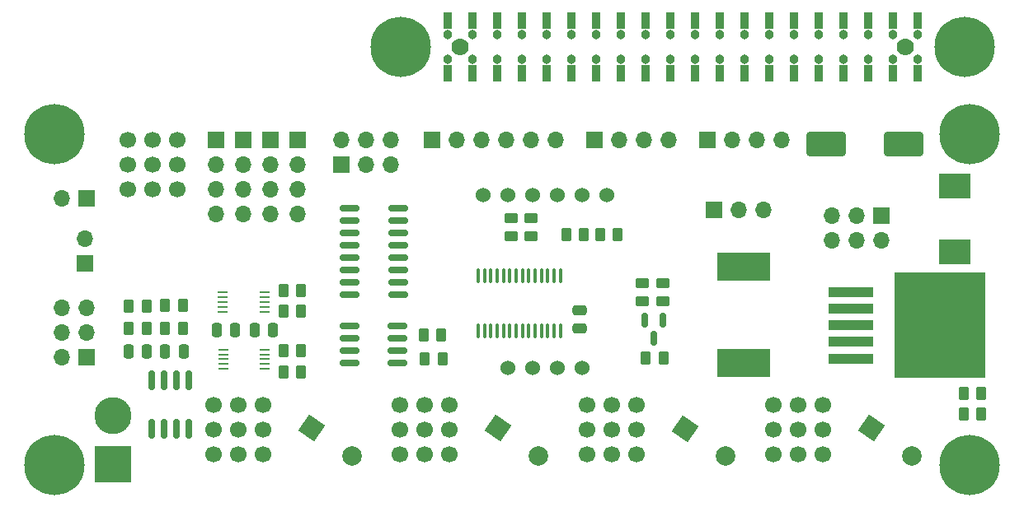
<source format=gbr>
%TF.GenerationSoftware,KiCad,Pcbnew,(6.0.1)*%
%TF.CreationDate,2022-02-15T19:49:30-05:00*%
%TF.ProjectId,expansion-board,65787061-6e73-4696-9f6e-2d626f617264,rev?*%
%TF.SameCoordinates,Original*%
%TF.FileFunction,Soldermask,Top*%
%TF.FilePolarity,Negative*%
%FSLAX46Y46*%
G04 Gerber Fmt 4.6, Leading zero omitted, Abs format (unit mm)*
G04 Created by KiCad (PCBNEW (6.0.1)) date 2022-02-15 19:49:30*
%MOMM*%
%LPD*%
G01*
G04 APERTURE LIST*
G04 Aperture macros list*
%AMRoundRect*
0 Rectangle with rounded corners*
0 $1 Rounding radius*
0 $2 $3 $4 $5 $6 $7 $8 $9 X,Y pos of 4 corners*
0 Add a 4 corners polygon primitive as box body*
4,1,4,$2,$3,$4,$5,$6,$7,$8,$9,$2,$3,0*
0 Add four circle primitives for the rounded corners*
1,1,$1+$1,$2,$3*
1,1,$1+$1,$4,$5*
1,1,$1+$1,$6,$7*
1,1,$1+$1,$8,$9*
0 Add four rect primitives between the rounded corners*
20,1,$1+$1,$2,$3,$4,$5,0*
20,1,$1+$1,$4,$5,$6,$7,0*
20,1,$1+$1,$6,$7,$8,$9,0*
20,1,$1+$1,$8,$9,$2,$3,0*%
%AMRotRect*
0 Rectangle, with rotation*
0 The origin of the aperture is its center*
0 $1 length*
0 $2 width*
0 $3 Rotation angle, in degrees counterclockwise*
0 Add horizontal line*
21,1,$1,$2,0,0,$3*%
G04 Aperture macros list end*
%ADD10RoundRect,0.250000X-0.262500X-0.450000X0.262500X-0.450000X0.262500X0.450000X-0.262500X0.450000X0*%
%ADD11R,3.300000X2.500000*%
%ADD12RoundRect,0.250000X0.450000X-0.262500X0.450000X0.262500X-0.450000X0.262500X-0.450000X-0.262500X0*%
%ADD13RoundRect,0.150000X0.825000X0.150000X-0.825000X0.150000X-0.825000X-0.150000X0.825000X-0.150000X0*%
%ADD14RoundRect,0.150000X0.150000X-0.825000X0.150000X0.825000X-0.150000X0.825000X-0.150000X-0.825000X0*%
%ADD15RoundRect,0.250000X0.250000X0.475000X-0.250000X0.475000X-0.250000X-0.475000X0.250000X-0.475000X0*%
%ADD16R,1.700000X1.700000*%
%ADD17O,1.700000X1.700000*%
%ADD18R,3.800000X3.800000*%
%ADD19C,3.800000*%
%ADD20C,1.700000*%
%ADD21RoundRect,0.250000X0.262500X0.450000X-0.262500X0.450000X-0.262500X-0.450000X0.262500X-0.450000X0*%
%ADD22RoundRect,0.250000X-0.450000X0.262500X-0.450000X-0.262500X0.450000X-0.262500X0.450000X0.262500X0*%
%ADD23RotRect,2.000000X2.000000X325.000000*%
%ADD24C,2.000000*%
%ADD25RoundRect,0.250000X0.475000X-0.250000X0.475000X0.250000X-0.475000X0.250000X-0.475000X-0.250000X0*%
%ADD26C,6.200000*%
%ADD27RoundRect,0.250000X-0.250000X-0.475000X0.250000X-0.475000X0.250000X0.475000X-0.250000X0.475000X0*%
%ADD28R,1.100000X0.250000*%
%ADD29C,1.524000*%
%ADD30R,5.400000X2.900000*%
%ADD31RoundRect,0.100000X-0.100000X0.637500X-0.100000X-0.637500X0.100000X-0.637500X0.100000X0.637500X0*%
%ADD32R,0.889000X1.676400*%
%ADD33C,0.965200*%
%ADD34C,1.778000*%
%ADD35RoundRect,0.250000X-1.750000X-1.000000X1.750000X-1.000000X1.750000X1.000000X-1.750000X1.000000X0*%
%ADD36RoundRect,0.150000X-0.825000X-0.150000X0.825000X-0.150000X0.825000X0.150000X-0.825000X0.150000X0*%
%ADD37RoundRect,0.150000X-0.150000X0.587500X-0.150000X-0.587500X0.150000X-0.587500X0.150000X0.587500X0*%
%ADD38R,4.600000X1.100000*%
%ADD39R,9.400000X10.800000*%
G04 APERTURE END LIST*
D10*
%TO.C,R19*%
X159087500Y-72350000D03*
X160912500Y-72350000D03*
%TD*%
%TO.C,R18*%
X159087500Y-70200000D03*
X160912500Y-70200000D03*
%TD*%
D11*
%TO.C,D1*%
X158200000Y-55650000D03*
X158200000Y-48850000D03*
%TD*%
D12*
%TO.C,R4*%
X112644445Y-54050000D03*
X112644445Y-52225000D03*
%TD*%
D13*
%TO.C,U5*%
X101025000Y-60045000D03*
X101025000Y-58775000D03*
X101025000Y-57505000D03*
X101025000Y-56235000D03*
X101025000Y-54965000D03*
X101025000Y-53695000D03*
X101025000Y-52425000D03*
X101025000Y-51155000D03*
X96075000Y-51155000D03*
X96075000Y-52425000D03*
X96075000Y-53695000D03*
X96075000Y-54965000D03*
X96075000Y-56235000D03*
X96075000Y-57505000D03*
X96075000Y-58775000D03*
X96075000Y-60045000D03*
%TD*%
D14*
%TO.C,U3*%
X75695000Y-73825000D03*
X76965000Y-73825000D03*
X78235000Y-73825000D03*
X79505000Y-73825000D03*
X79505000Y-68875000D03*
X78235000Y-68875000D03*
X76965000Y-68875000D03*
X75695000Y-68875000D03*
%TD*%
D15*
%TO.C,C5*%
X88175000Y-63725000D03*
X86275000Y-63725000D03*
%TD*%
D16*
%TO.C,J10*%
X85097216Y-44112405D03*
D17*
X85097216Y-46652405D03*
X85097216Y-49192405D03*
X85097216Y-51732405D03*
%TD*%
D18*
%TO.C,J2*%
X71775000Y-77525000D03*
D19*
X71775000Y-72525000D03*
%TD*%
D16*
%TO.C,J14*%
X132750000Y-44107000D03*
D17*
X135290000Y-44107000D03*
X137830000Y-44107000D03*
X140370000Y-44107000D03*
%TD*%
D20*
%TO.C,U9*%
X120425000Y-71385000D03*
X120425000Y-73925000D03*
X120425000Y-76465000D03*
X122965000Y-71385000D03*
X122965000Y-73925000D03*
X122965000Y-76465000D03*
X125505000Y-71385000D03*
X125505000Y-73925000D03*
X125505000Y-76465000D03*
%TD*%
D21*
%TO.C,R16*%
X105612500Y-66700000D03*
X103787500Y-66700000D03*
%TD*%
D15*
%TO.C,C2*%
X82375000Y-63725000D03*
X84275000Y-63725000D03*
%TD*%
D21*
%TO.C,R14*%
X89250000Y-59600000D03*
X91075000Y-59600000D03*
%TD*%
D16*
%TO.C,J15*%
X104470000Y-44107000D03*
D17*
X107010000Y-44107000D03*
X109550000Y-44107000D03*
X112090000Y-44107000D03*
X114630000Y-44107000D03*
X117170000Y-44107000D03*
%TD*%
D16*
%TO.C,J4*%
X69000000Y-66500000D03*
D17*
X66460000Y-66500000D03*
X69000000Y-63960000D03*
X66460000Y-63960000D03*
X69000000Y-61420000D03*
X66460000Y-61420000D03*
%TD*%
D22*
%TO.C,R13*%
X128237500Y-58912500D03*
X128237500Y-60737500D03*
%TD*%
D21*
%TO.C,R17*%
X105462500Y-64250000D03*
X103637500Y-64250000D03*
%TD*%
D23*
%TO.C,C7*%
X92175000Y-73750000D03*
D24*
X96270760Y-76617882D03*
%TD*%
D25*
%TO.C,C1*%
X119700000Y-63550000D03*
X119700000Y-61650000D03*
%TD*%
D21*
%TO.C,R6*%
X91075000Y-68000000D03*
X89250000Y-68000000D03*
%TD*%
D16*
%TO.C,J13*%
X121200000Y-44107000D03*
D17*
X123740000Y-44107000D03*
X126280000Y-44107000D03*
X128820000Y-44107000D03*
%TD*%
D16*
%TO.C,J6*%
X133465000Y-51360000D03*
D17*
X136005000Y-51360000D03*
X138545000Y-51360000D03*
%TD*%
D10*
%TO.C,R1*%
X118300000Y-53900000D03*
X120125000Y-53900000D03*
%TD*%
D26*
%TO.C,H2*%
X101250000Y-34559200D03*
%TD*%
D16*
%TO.C,J11*%
X87891216Y-44112405D03*
D17*
X87891216Y-46652405D03*
X87891216Y-49192405D03*
X87891216Y-51732405D03*
%TD*%
D27*
%TO.C,C4*%
X73350000Y-65875000D03*
X75250000Y-65875000D03*
%TD*%
D20*
%TO.C,U11*%
X73286216Y-44125405D03*
X73286216Y-46665405D03*
X73286216Y-49205405D03*
X75826216Y-44125405D03*
X75826216Y-46665405D03*
X75826216Y-49205405D03*
X78366216Y-44125405D03*
X78366216Y-46665405D03*
X78366216Y-49205405D03*
%TD*%
D23*
%TO.C,C6*%
X149650000Y-73750000D03*
D24*
X153745760Y-76617882D03*
%TD*%
D10*
%TO.C,R8*%
X77075000Y-63550000D03*
X78900000Y-63550000D03*
%TD*%
D26*
%TO.C,H3*%
X65750000Y-43550000D03*
%TD*%
D22*
%TO.C,R9*%
X126137500Y-58912500D03*
X126137500Y-60737500D03*
%TD*%
D21*
%TO.C,R15*%
X89237500Y-61750000D03*
X91062500Y-61750000D03*
%TD*%
D28*
%TO.C,U1*%
X83050000Y-65700000D03*
X83050000Y-66200000D03*
X83050000Y-66700000D03*
X83050000Y-67200000D03*
X83050000Y-67700000D03*
X87350000Y-67700000D03*
X87350000Y-67200000D03*
X87350000Y-66700000D03*
X87350000Y-66200000D03*
X87350000Y-65700000D03*
%TD*%
D16*
%TO.C,J1*%
X68900000Y-56875000D03*
D17*
X68900000Y-54335000D03*
%TD*%
D26*
%TO.C,H6*%
X159752600Y-77561400D03*
%TD*%
D29*
%TO.C,MOD1*%
X122475000Y-49837500D03*
X119935000Y-49837500D03*
X117395000Y-49837500D03*
X114855000Y-49837500D03*
X112315000Y-49837500D03*
X109775000Y-49837500D03*
X112315000Y-67617500D03*
X114855000Y-67617500D03*
X117395000Y-67617500D03*
X119935000Y-67617500D03*
%TD*%
D10*
%TO.C,R7*%
X73350000Y-63550000D03*
X75175000Y-63550000D03*
%TD*%
D26*
%TO.C,H5*%
X159752600Y-43550800D03*
%TD*%
%TO.C,H1*%
X159244600Y-34533800D03*
%TD*%
D27*
%TO.C,C3*%
X77100000Y-65900000D03*
X79000000Y-65900000D03*
%TD*%
D20*
%TO.C,U6*%
X82100414Y-71385000D03*
X82100414Y-73925000D03*
X82100414Y-76465000D03*
X84640414Y-71385000D03*
X84640414Y-73925000D03*
X84640414Y-76465000D03*
X87180414Y-71385000D03*
X87180414Y-73925000D03*
X87180414Y-76465000D03*
%TD*%
%TO.C,U10*%
X139575000Y-71385000D03*
X139575000Y-73925000D03*
X139575000Y-76465000D03*
X142115000Y-71385000D03*
X142115000Y-73925000D03*
X142115000Y-76465000D03*
X144655000Y-71385000D03*
X144655000Y-73925000D03*
X144655000Y-76465000D03*
%TD*%
D16*
%TO.C,J9*%
X82303216Y-44112405D03*
D17*
X82303216Y-46652405D03*
X82303216Y-49192405D03*
X82303216Y-51732405D03*
%TD*%
D10*
%TO.C,R11*%
X73375000Y-61225000D03*
X75200000Y-61225000D03*
%TD*%
D16*
%TO.C,J3*%
X150625000Y-51925000D03*
D17*
X150625000Y-54465000D03*
X148085000Y-51925000D03*
X148085000Y-54465000D03*
X145545000Y-51925000D03*
X145545000Y-54465000D03*
%TD*%
D16*
%TO.C,J12*%
X90685216Y-44112405D03*
D17*
X90685216Y-46652405D03*
X90685216Y-49192405D03*
X90685216Y-51732405D03*
%TD*%
D20*
%TO.C,U8*%
X101225394Y-71385000D03*
X101225394Y-73925000D03*
X101225394Y-76465000D03*
X103765394Y-71385000D03*
X103765394Y-73925000D03*
X103765394Y-76465000D03*
X106305394Y-71385000D03*
X106305394Y-73925000D03*
X106305394Y-76465000D03*
%TD*%
D21*
%TO.C,R2*%
X121750000Y-53900000D03*
X123575000Y-53900000D03*
%TD*%
D30*
%TO.C,L1*%
X136549994Y-57199990D03*
X136549994Y-67099990D03*
%TD*%
D31*
%TO.C,U2*%
X117700000Y-63812500D03*
X117050000Y-63812500D03*
X116400000Y-63812500D03*
X115750000Y-63812500D03*
X115100000Y-63812500D03*
X114450000Y-63812500D03*
X113800000Y-63812500D03*
X113150000Y-63812500D03*
X112500000Y-63812500D03*
X111850000Y-63812500D03*
X111200000Y-63812500D03*
X110550000Y-63812500D03*
X109900000Y-63812500D03*
X109250000Y-63812500D03*
X109250000Y-58087500D03*
X109900000Y-58087500D03*
X110550000Y-58087500D03*
X111200000Y-58087500D03*
X111850000Y-58087500D03*
X112500000Y-58087500D03*
X113150000Y-58087500D03*
X113800000Y-58087500D03*
X114450000Y-58087500D03*
X115100000Y-58087500D03*
X115750000Y-58087500D03*
X116400000Y-58087500D03*
X117050000Y-58087500D03*
X117700000Y-58087500D03*
%TD*%
D10*
%TO.C,R12*%
X77075000Y-61200000D03*
X78900000Y-61200000D03*
%TD*%
D23*
%TO.C,C9*%
X111300000Y-73750000D03*
D24*
X115395760Y-76617882D03*
%TD*%
D16*
%TO.C,J7*%
X95160000Y-46657000D03*
D17*
X95160000Y-44117000D03*
X97700000Y-46657000D03*
X97700000Y-44117000D03*
X100240000Y-46657000D03*
X100240000Y-44117000D03*
%TD*%
D28*
%TO.C,U4*%
X83025000Y-59825000D03*
X83025000Y-60325000D03*
X83025000Y-60825000D03*
X83025000Y-61325000D03*
X83025000Y-61825000D03*
X87325000Y-61825000D03*
X87325000Y-61325000D03*
X87325000Y-60825000D03*
X87325000Y-60325000D03*
X87325000Y-59825000D03*
%TD*%
D12*
%TO.C,R3*%
X114700000Y-54050000D03*
X114700000Y-52225000D03*
%TD*%
D23*
%TO.C,C8*%
X130527120Y-73818982D03*
D24*
X134622880Y-76686864D03*
%TD*%
D32*
%TO.C,J8*%
X106107800Y-37277000D03*
X106107800Y-31841400D03*
X108647800Y-37277000D03*
X108647800Y-31841400D03*
X111187800Y-37277000D03*
X111187800Y-31841400D03*
X113727800Y-37277000D03*
X113727800Y-31841400D03*
X116267800Y-37277000D03*
X116267800Y-31841400D03*
X118807800Y-37277000D03*
X118807800Y-31841400D03*
X121347800Y-37277000D03*
X121347800Y-31841400D03*
X123887800Y-37277000D03*
X123887800Y-31841400D03*
X126427800Y-37277000D03*
X126427800Y-31841400D03*
X128967800Y-37277000D03*
X128967800Y-31841400D03*
X131507800Y-37277000D03*
X131507800Y-31841400D03*
X134047800Y-37277000D03*
X134047800Y-31841400D03*
X136587800Y-37277000D03*
X136587800Y-31841400D03*
X139127800Y-37277000D03*
X139127800Y-31841400D03*
X141667800Y-37277000D03*
X141667800Y-31841400D03*
X144207800Y-37277000D03*
X144207800Y-31841400D03*
X146747800Y-37277000D03*
X146747800Y-31841400D03*
X149287800Y-37277000D03*
X149287800Y-31841400D03*
X151827800Y-37277000D03*
X151827800Y-31841400D03*
X154367800Y-37277000D03*
X154367800Y-31841400D03*
D33*
X131507800Y-33289200D03*
X108647800Y-33289200D03*
X134047800Y-33289200D03*
X126427800Y-35829200D03*
X113727800Y-35829200D03*
X106107800Y-35829200D03*
X118807800Y-33289200D03*
X121347800Y-33289200D03*
X141667800Y-33289200D03*
X154367800Y-33289200D03*
X116267800Y-33289200D03*
X134047800Y-35829200D03*
X141667800Y-35829200D03*
D34*
X107377800Y-34559200D03*
D33*
X123887800Y-33289200D03*
X151827800Y-33289200D03*
X106107800Y-33289200D03*
X144207800Y-33289200D03*
X149287800Y-33289200D03*
X139127800Y-33289200D03*
X139127800Y-35829200D03*
X128967800Y-35829200D03*
X128967800Y-33289200D03*
X111187800Y-33289200D03*
X111187800Y-35829200D03*
X146747800Y-35829200D03*
X151827800Y-35829200D03*
X131507800Y-35829200D03*
X126427800Y-33289200D03*
X108647800Y-35829200D03*
X149287800Y-35829200D03*
X136587800Y-35829200D03*
X123887800Y-35829200D03*
X121347800Y-35829200D03*
X144207800Y-35829200D03*
X116267800Y-35829200D03*
X154367800Y-35829200D03*
D34*
X153097800Y-34559200D03*
D33*
X136587800Y-33289200D03*
X118807800Y-35829200D03*
X113727800Y-33289200D03*
X146747800Y-33289200D03*
%TD*%
D35*
%TO.C,C10*%
X144950000Y-44550000D03*
X152950000Y-44550000D03*
%TD*%
D16*
%TO.C,J5*%
X69000000Y-50150000D03*
D17*
X66460000Y-50150000D03*
%TD*%
D36*
%TO.C,U7*%
X96025000Y-63245000D03*
X96025000Y-64515000D03*
X96025000Y-65785000D03*
X96025000Y-67055000D03*
X100975000Y-67055000D03*
X100975000Y-65785000D03*
X100975000Y-64515000D03*
X100975000Y-63245000D03*
%TD*%
D26*
%TO.C,H4*%
X65750000Y-77550000D03*
%TD*%
D21*
%TO.C,R5*%
X91075000Y-65844440D03*
X89250000Y-65844440D03*
%TD*%
D10*
%TO.C,R10*%
X126475000Y-66575000D03*
X128300000Y-66575000D03*
%TD*%
D37*
%TO.C,Q1*%
X128250000Y-62662500D03*
X126350000Y-62662500D03*
X127300000Y-64537500D03*
%TD*%
D38*
%TO.C,U12*%
X147525000Y-66625000D03*
X147525000Y-64925000D03*
X147525000Y-63225000D03*
D39*
X156675000Y-63225000D03*
D38*
X147525000Y-61525000D03*
X147525000Y-59825000D03*
%TD*%
M02*

</source>
